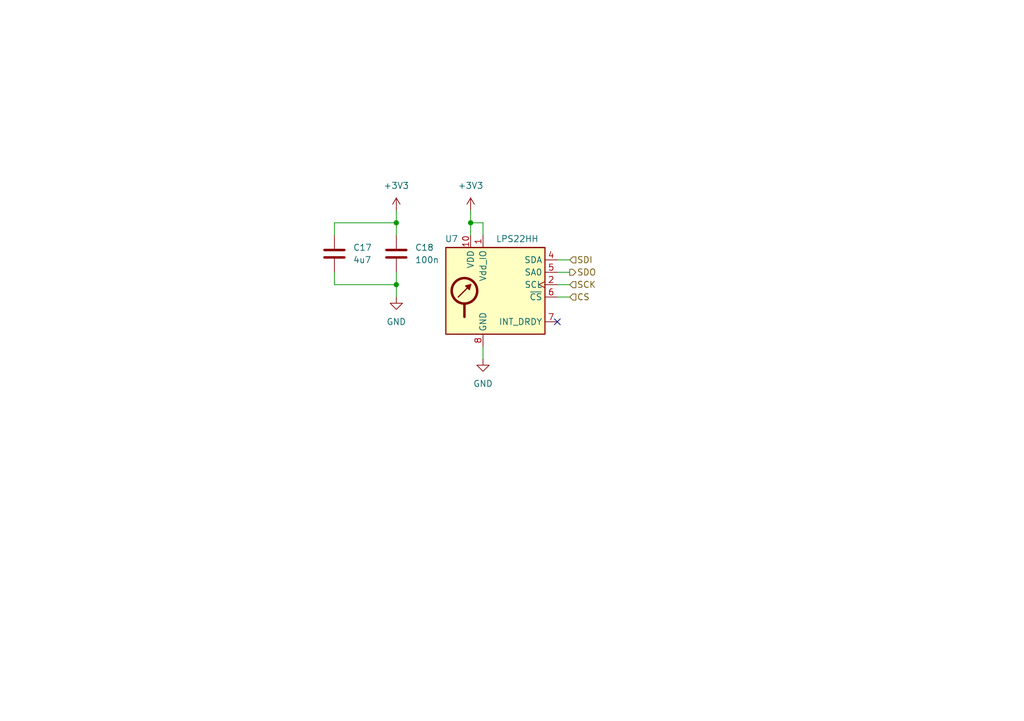
<source format=kicad_sch>
(kicad_sch (version 20231120) (generator "eeschema") (generator_version "8.0")
  (paper "A5")
  (lib_symbols
    (symbol "Device:C" (pin_numbers hide) (pin_names (offset 0.254))
      (property "Reference" "C" (at 0.635 2.54 0))
      (property "Value" "C" (at 0.635 -2.54 0))
      (symbol "C_0_1"
        (polyline (pts (xy -2.032 -0.762) (xy 2.032 -0.762)) (stroke (width 0.508)))
        (polyline (pts (xy -2.032 0.762) (xy 2.032 0.762)) (stroke (width 0.508)))
      )
      (symbol "C_1_1"
        (pin passive line (at 0 3.81 270) (length 2.794) (name "~") (number "1"))
        (pin passive line (at 0 -3.81 90) (length 2.794) (name "~") (number "2"))
      )
    )
    (symbol "Sensor_Pressure:LPS22HH"
      (property "Reference" "U" (at -11.43 1.27 0))
      (property "Value" "LPS22HH" (at -11.43 -1.27 0))
      (symbol "LPS22HH_0_1"
        (rectangle (start -10.16 10.16) (end 10.16 -7.62) (stroke (width 0.254)) (fill (type background)))
        (circle (center -6.35 1.27) (radius 2.6162) (stroke (width 0.508)))
        (polyline (pts (xy -7.62 0) (xy -5.08 2.54)) (stroke (width 0.254)))
        (polyline (pts (xy -6.35 -1.524) (xy -6.35 -4.064)) (stroke (width 0.508)))
        (polyline (pts (xy -5.08 2.54) (xy -5.334 1.524) (xy -6.096 2.286) (xy -5.08 2.54)) (stroke (width 0.254)) (fill (type outline)))
      )
      (symbol "LPS22HH_1_1"
        (pin power_in line (at -2.54 12.7 270) (length 2.54) (name "Vdd_IO") (number "1"))
        (pin power_in line (at -5.08 12.7 270) (length 2.54) (name "VDD") (number "10"))
        (pin input clock (at 12.7 2.54 180) (length 2.54) (name "SCL") (number "2"))
        (pin passive line (at -2.54 -10.16 90) (length 2.54) hide (name "GND") (number "3"))
        (pin bidirectional line (at 12.7 7.62 180) (length 2.54) (name "SDA") (number "4"))
        (pin input line (at 12.7 5.08 180) (length 2.54) (name "SA0") (number "5"))
        (pin input line (at 12.7 0 180) (length 2.54) (name "~{CS}") (number "6"))
        (pin output line (at 12.7 -5.08 180) (length 2.54) (name "INT_DRDY") (number "7"))
        (pin power_in line (at -2.54 -10.16 90) (length 2.54) (name "GND") (number "8"))
        (pin passive line (at -2.54 -10.16 90) (length 2.54) hide (name "GND") (number "9"))
      )
    )
    (symbol "power:+3V3" (power) (pin_numbers hide) (pin_names (offset 0) hide)
      (property "Value" "+3V3" (at 0 3.556 0))
      (symbol "+3V3_0_1"
        (polyline (pts (xy -0.762 1.27) (xy 0 2.54)))
        (polyline (pts (xy 0 0) (xy 0 2.54)))
        (polyline (pts (xy 0 2.54) (xy 0.762 1.27)))
      )
      (symbol "+3V3_1_1"
        (pin power_in line (at 0 0 90) (length 0) (name "~") (number "1"))
      )
    )
    (symbol "power:GND" (power) (pin_numbers hide) (pin_names (offset 0) hide)
      (property "Value" "GND" (at 0 -3.81 0))
      (symbol "GND_0_1"
        (polyline (pts (xy 0 0) (xy 0 -1.27) (xy 1.27 -1.27) (xy 0 -2.54) (xy -1.27 -1.27) (xy 0 -1.27)))
      )
      (symbol "GND_1_1"
        (pin power_in line (at 0 0 270) (length 0) (name "~") (number "1"))
      )
    )
  )
  (junction (at 96.52 45.72))
  (junction (at 81.28 45.72))
  (junction (at 81.28 58.42))
  (no_connect (at 114.3 66.04))
  (wire (pts (xy 81.28 45.72) (xy 81.28 48.26)))
  (wire (pts (xy 114.3 53.34) (xy 116.84 53.34)))
  (wire (pts (xy 96.52 43.18) (xy 96.52 45.72)))
  (wire (pts (xy 99.06 45.72) (xy 99.06 48.26)))
  (wire (pts (xy 114.3 60.96) (xy 116.84 60.96)))
  (wire (pts (xy 96.52 45.72) (xy 96.52 48.26)))
  (wire (pts (xy 81.28 58.42) (xy 81.28 60.96)))
  (wire (pts (xy 96.52 45.72) (xy 99.06 45.72)))
  (wire (pts (xy 68.58 58.42) (xy 68.58 55.88)))
  (wire (pts (xy 114.3 55.88) (xy 116.84 55.88)))
  (wire (pts (xy 68.58 45.72) (xy 68.58 48.26)))
  (wire (pts (xy 99.06 71.12) (xy 99.06 73.66)))
  (wire (pts (xy 81.28 43.18) (xy 81.28 45.72)))
  (wire (pts (xy 81.28 45.72) (xy 68.58 45.72)))
  (wire (pts (xy 114.3 58.42) (xy 116.84 58.42)))
  (wire (pts (xy 81.28 58.42) (xy 68.58 58.42)))
  (wire (pts (xy 81.28 55.88) (xy 81.28 58.42)))
  (hierarchical_label "SCK" (shape input) (at 116.84 58.42 0))
  (hierarchical_label "CS" (shape input) (at 116.84 60.96 0))
  (hierarchical_label "SDI" (shape input) (at 116.84 53.34 0))
  (hierarchical_label "SDO" (shape output) (at 116.84 55.88 0))
  (symbol (lib_id "power:GND") (at 99.06 73.66 0) (unit 1)
    (property "Reference" "#PWR038" (effects (hide yes)))
    (property "Value" "GND" (at 99.06 78.74 0))
    (property "Description" "Power symbol creates a global label with name \"GND\" , ground" (effects (hide yes)))
    (instances (project "lattice-row-nine" (path "" (reference "#PWR038") (unit 1)) (path "" (reference "#PWR050") (unit 1)) (path "" (reference "#PWR030") (unit 1)) (path "" (reference "#PWR046") (unit 1)) (path "" (reference "#PWR026") (unit 1)) (path "" (reference "#PWR062") (unit 1)) (path "" (reference "#PWR058") (unit 1)) (path "" (reference "#PWR054") (unit 1)) (path "" (reference "#PWR042") (unit 1)) (path "" (reference "#PWR034") (unit 1))))
  )
  (symbol (lib_id "power:+3V3") (at 96.52 43.18 0) (unit 1)
    (property "Reference" "#PWR036" (effects (hide yes)))
    (property "Value" "+3V3" (at 96.52 38.1 0))
    (property "Description" "Power symbol creates a global label with name \"+3V3\"" (effects (hide yes)))
    (instances (project "lattice-row-nine" (path "" (reference "#PWR036") (unit 1)) (path "" (reference "#PWR048") (unit 1)) (path "" (reference "#PWR028") (unit 1)) (path "" (reference "#PWR044") (unit 1)) (path "" (reference "#PWR024") (unit 1)) (path "" (reference "#PWR060") (unit 1)) (path "" (reference "#PWR056") (unit 1)) (path "" (reference "#PWR052") (unit 1)) (path "" (reference "#PWR040") (unit 1)) (path "" (reference "#PWR032") (unit 1))))
  )
  (symbol (lib_id "Sensor_Pressure:LPS22HH") (at 101.6 60.96 0) (unit 1)
    (property "Reference" "U7" (at 93.98 49.022 0) (effects (justify right)))
    (property "Value" "LPS22HH" (at 110.49 49.022 0) (effects (justify right)))
    (property "Footprint" "Package_LGA:ST_HLGA-10_2x2mm_P0.5mm_LayoutBorder3x2y" (effects (hide yes)))
    (property "Datasheet" "https://www.st.com/resource/en/datasheet/lps22hh.pdf" (effects (hide yes)))
    (property "Description" "MEMS nano pressure sensor, 260-1260 hPa, absolute digital output baromeeter, 24 bit, SPI, I2C, I3C, 0.65 Pa noise rms, ST_HLGA-10L" (effects (hide yes)))
    (property "LCSC" "C2827824" (effects (hide yes)))
    (instances (project "lattice-row-nine" (path "" (reference "U7") (unit 1)) (path "" (reference "U10") (unit 1)) (path "" (reference "U5") (unit 1)) (path "" (reference "U9") (unit 1)) (path "" (reference "U4") (unit 1)) (path "" (reference "U13") (unit 1)) (path "" (reference "U12") (unit 1)) (path "" (reference "U11") (unit 1)) (path "" (reference "U8") (unit 1)) (path "" (reference "U6") (unit 1))))
  )
  (symbol (lib_id "power:GND") (at 81.28 60.96 0) (unit 1)
    (property "Reference" "#PWR037" (effects (hide yes)))
    (property "Value" "GND" (at 81.28 66.04 0))
    (property "Description" "Power symbol creates a global label with name \"GND\" , ground" (effects (hide yes)))
    (instances (project "lattice-row-nine" (path "" (reference "#PWR037") (unit 1)) (path "" (reference "#PWR049") (unit 1)) (path "" (reference "#PWR029") (unit 1)) (path "" (reference "#PWR045") (unit 1)) (path "" (reference "#PWR025") (unit 1)) (path "" (reference "#PWR061") (unit 1)) (path "" (reference "#PWR057") (unit 1)) (path "" (reference "#PWR053") (unit 1)) (path "" (reference "#PWR041") (unit 1)) (path "" (reference "#PWR033") (unit 1))))
  )
  (symbol (lib_id "power:+3V3") (at 81.28 43.18 0) (unit 1)
    (property "Reference" "#PWR035" (effects (hide yes)))
    (property "Value" "+3V3" (at 81.28 38.1 0))
    (property "Description" "Power symbol creates a global label with name \"+3V3\"" (effects (hide yes)))
    (instances (project "lattice-row-nine" (path "" (reference "#PWR035") (unit 1)) (path "" (reference "#PWR047") (unit 1)) (path "" (reference "#PWR027") (unit 1)) (path "" (reference "#PWR043") (unit 1)) (path "" (reference "#PWR023") (unit 1)) (path "" (reference "#PWR059") (unit 1)) (path "" (reference "#PWR055") (unit 1)) (path "" (reference "#PWR051") (unit 1)) (path "" (reference "#PWR039") (unit 1)) (path "" (reference "#PWR031") (unit 1))))
  )
  (symbol (lib_id "Device:C") (at 68.58 52.07 0) (unit 1)
    (property "Reference" "C17" (at 72.39 50.7999 0) (effects (justify left)))
    (property "Value" "4u7" (at 72.39 53.3399 0) (effects (justify left)))
    (property "Footprint" "Capacitor_SMD:C_0402_1005Metric" (effects (hide yes)))
    (property "Description" "Unpolarized capacitor" (effects (hide yes)))
    (property "LCSC" "C23733" (effects (hide yes)))
    (instances (project "lattice-row-nine" (path "" (reference "C17") (unit 1)) (path "" (reference "C23") (unit 1)) (path "" (reference "C13") (unit 1)) (path "" (reference "C21") (unit 1)) (path "" (reference "C11") (unit 1)) (path "" (reference "C29") (unit 1)) (path "" (reference "C27") (unit 1)) (path "" (reference "C25") (unit 1)) (path "" (reference "C19") (unit 1)) (path "" (reference "C15") (unit 1))))
  )
  (symbol (lib_id "Device:C") (at 81.28 52.07 0) (unit 1)
    (property "Reference" "C18" (at 85.09 50.7999 0) (effects (justify left)))
    (property "Value" "100n" (at 85.09 53.3399 0) (effects (justify left)))
    (property "Footprint" "Capacitor_SMD:C_0402_1005Metric" (effects (hide yes)))
    (property "Description" "Unpolarized capacitor" (effects (hide yes)))
    (property "LCSC" "C1525" (effects (hide yes)))
    (instances (project "lattice-row-nine" (path "" (reference "C18") (unit 1)) (path "" (reference "C24") (unit 1)) (path "" (reference "C14") (unit 1)) (path "" (reference "C22") (unit 1)) (path "" (reference "C12") (unit 1)) (path "" (reference "C30") (unit 1)) (path "" (reference "C28") (unit 1)) (path "" (reference "C26") (unit 1)) (path "" (reference "C20") (unit 1)) (path "" (reference "C16") (unit 1))))
  )
)
</source>
